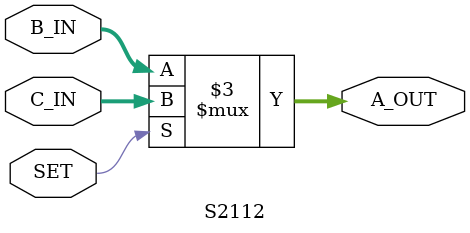
<source format=v>
module S2112
(
	input [11:0] B_IN,
	input [11:0] C_IN,//用户输入
	input SET,
	output reg [11:0] A_OUT
);
always @(*)begin
	if(SET) begin
		A_OUT<=C_IN;
	end else begin
		A_OUT<=B_IN;
	end
end

endmodule
</source>
